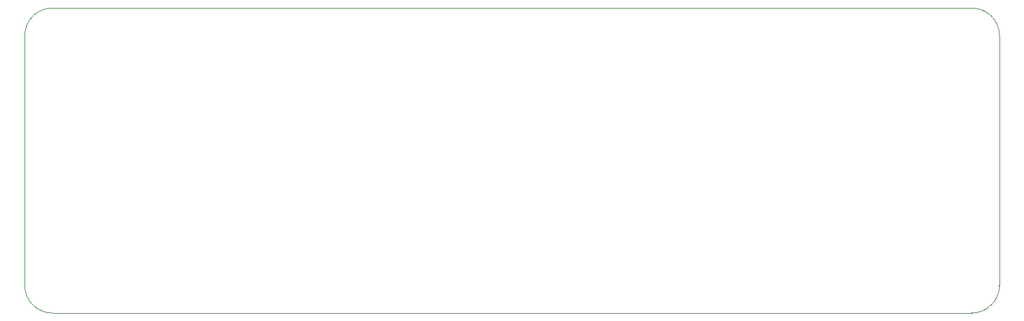
<source format=gm1>
G04 #@! TF.GenerationSoftware,KiCad,Pcbnew,7.0.10-7.0.10~ubuntu22.04.1*
G04 #@! TF.CreationDate,2024-02-08T17:20:11-05:00*
G04 #@! TF.ProjectId,daughterBoard,64617567-6874-4657-9242-6f6172642e6b,rev?*
G04 #@! TF.SameCoordinates,Original*
G04 #@! TF.FileFunction,Profile,NP*
%FSLAX46Y46*%
G04 Gerber Fmt 4.6, Leading zero omitted, Abs format (unit mm)*
G04 Created by KiCad (PCBNEW 7.0.10-7.0.10~ubuntu22.04.1) date 2024-02-08 17:20:11*
%MOMM*%
%LPD*%
G01*
G04 APERTURE LIST*
G04 #@! TA.AperFunction,Profile*
%ADD10C,0.100000*%
G04 #@! TD*
G04 APERTURE END LIST*
D10*
X215000000Y-68500000D02*
X97500000Y-68500000D01*
X94000000Y-72000000D02*
X94000000Y-104000000D01*
X97500000Y-107500000D02*
X215000000Y-107500000D01*
X215000000Y-107500000D02*
G75*
G03*
X218500000Y-104000000I0J3500000D01*
G01*
X218500000Y-72000000D02*
G75*
G03*
X215000000Y-68500000I-3500000J0D01*
G01*
X218500000Y-104000000D02*
X218500000Y-72000000D01*
X97500000Y-68500000D02*
G75*
G03*
X94000000Y-72000000I0J-3500000D01*
G01*
X94000000Y-104000000D02*
G75*
G03*
X97500000Y-107500000I3500000J0D01*
G01*
M02*

</source>
